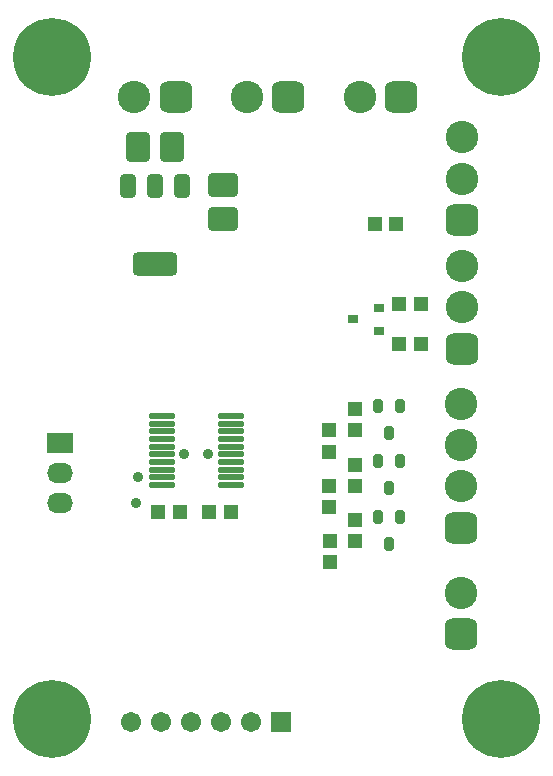
<source format=gts>
%FSLAX24Y24*%
%MOIN*%
G70*
G01*
G75*
G04 Layer_Color=8388736*
%ADD10R,0.0433X0.0433*%
G04:AMPARAMS|DCode=11|XSize=23.6mil|YSize=39.4mil|CornerRadius=3mil|HoleSize=0mil|Usage=FLASHONLY|Rotation=180.000|XOffset=0mil|YOffset=0mil|HoleType=Round|Shape=RoundedRectangle|*
%AMROUNDEDRECTD11*
21,1,0.0236,0.0335,0,0,180.0*
21,1,0.0177,0.0394,0,0,180.0*
1,1,0.0059,-0.0089,0.0167*
1,1,0.0059,0.0089,0.0167*
1,1,0.0059,0.0089,-0.0167*
1,1,0.0059,-0.0089,-0.0167*
%
%ADD11ROUNDEDRECTD11*%
%ADD12R,0.0433X0.0433*%
%ADD13R,0.0295X0.0236*%
%ADD14O,0.0827X0.0138*%
G04:AMPARAMS|DCode=15|XSize=90.6mil|YSize=70.9mil|CornerRadius=8.9mil|HoleSize=0mil|Usage=FLASHONLY|Rotation=90.000|XOffset=0mil|YOffset=0mil|HoleType=Round|Shape=RoundedRectangle|*
%AMROUNDEDRECTD15*
21,1,0.0906,0.0532,0,0,90.0*
21,1,0.0728,0.0709,0,0,90.0*
1,1,0.0177,0.0266,0.0364*
1,1,0.0177,0.0266,-0.0364*
1,1,0.0177,-0.0266,-0.0364*
1,1,0.0177,-0.0266,0.0364*
%
%ADD15ROUNDEDRECTD15*%
G04:AMPARAMS|DCode=16|XSize=90.6mil|YSize=70.9mil|CornerRadius=8.9mil|HoleSize=0mil|Usage=FLASHONLY|Rotation=180.000|XOffset=0mil|YOffset=0mil|HoleType=Round|Shape=RoundedRectangle|*
%AMROUNDEDRECTD16*
21,1,0.0906,0.0532,0,0,180.0*
21,1,0.0728,0.0709,0,0,180.0*
1,1,0.0177,-0.0364,0.0266*
1,1,0.0177,0.0364,0.0266*
1,1,0.0177,0.0364,-0.0266*
1,1,0.0177,-0.0364,-0.0266*
%
%ADD16ROUNDEDRECTD16*%
G04:AMPARAMS|DCode=17|XSize=137.8mil|YSize=68.9mil|CornerRadius=8.6mil|HoleSize=0mil|Usage=FLASHONLY|Rotation=180.000|XOffset=0mil|YOffset=0mil|HoleType=Round|Shape=RoundedRectangle|*
%AMROUNDEDRECTD17*
21,1,0.1378,0.0517,0,0,180.0*
21,1,0.1206,0.0689,0,0,180.0*
1,1,0.0172,-0.0603,0.0258*
1,1,0.0172,0.0603,0.0258*
1,1,0.0172,0.0603,-0.0258*
1,1,0.0172,-0.0603,-0.0258*
%
%ADD17ROUNDEDRECTD17*%
G04:AMPARAMS|DCode=18|XSize=43.3mil|YSize=68.9mil|CornerRadius=5.4mil|HoleSize=0mil|Usage=FLASHONLY|Rotation=180.000|XOffset=0mil|YOffset=0mil|HoleType=Round|Shape=RoundedRectangle|*
%AMROUNDEDRECTD18*
21,1,0.0433,0.0581,0,0,180.0*
21,1,0.0325,0.0689,0,0,180.0*
1,1,0.0108,-0.0162,0.0290*
1,1,0.0108,0.0162,0.0290*
1,1,0.0108,0.0162,-0.0290*
1,1,0.0108,-0.0162,-0.0290*
%
%ADD18ROUNDEDRECTD18*%
G04:AMPARAMS|DCode=19|XSize=43.3mil|YSize=68.9mil|CornerRadius=5.4mil|HoleSize=0mil|Usage=FLASHONLY|Rotation=180.000|XOffset=0mil|YOffset=0mil|HoleType=Round|Shape=RoundedRectangle|*
%AMROUNDEDRECTD19*
21,1,0.0433,0.0581,0,0,180.0*
21,1,0.0325,0.0689,0,0,180.0*
1,1,0.0108,-0.0162,0.0290*
1,1,0.0108,0.0162,0.0290*
1,1,0.0108,0.0162,-0.0290*
1,1,0.0108,-0.0162,-0.0290*
%
%ADD19ROUNDEDRECTD19*%
%ADD20C,0.0079*%
%ADD21C,0.0433*%
%ADD22C,0.0138*%
%ADD23C,0.1000*%
G04:AMPARAMS|DCode=24|XSize=100mil|YSize=100mil|CornerRadius=25mil|HoleSize=0mil|Usage=FLASHONLY|Rotation=90.000|XOffset=0mil|YOffset=0mil|HoleType=Round|Shape=RoundedRectangle|*
%AMROUNDEDRECTD24*
21,1,0.1000,0.0500,0,0,90.0*
21,1,0.0500,0.1000,0,0,90.0*
1,1,0.0500,0.0250,0.0250*
1,1,0.0500,0.0250,-0.0250*
1,1,0.0500,-0.0250,-0.0250*
1,1,0.0500,-0.0250,0.0250*
%
%ADD24ROUNDEDRECTD24*%
%ADD25C,0.2520*%
%ADD26R,0.0787X0.0591*%
%ADD27O,0.0787X0.0591*%
%ADD28R,0.0591X0.0591*%
%ADD29C,0.0591*%
G04:AMPARAMS|DCode=30|XSize=100mil|YSize=100mil|CornerRadius=25mil|HoleSize=0mil|Usage=FLASHONLY|Rotation=0.000|XOffset=0mil|YOffset=0mil|HoleType=Round|Shape=RoundedRectangle|*
%AMROUNDEDRECTD30*
21,1,0.1000,0.0500,0,0,0.0*
21,1,0.0500,0.1000,0,0,0.0*
1,1,0.0500,0.0250,-0.0250*
1,1,0.0500,-0.0250,-0.0250*
1,1,0.0500,-0.0250,0.0250*
1,1,0.0500,0.0250,0.0250*
%
%ADD30ROUNDEDRECTD30*%
%ADD31C,0.0276*%
%ADD32R,0.0571X0.0453*%
%ADD33R,0.0610X0.0532*%
%ADD34C,0.0098*%
%ADD35C,0.0236*%
%ADD36C,0.0050*%
%ADD37C,0.0059*%
%ADD38C,0.0100*%
%ADD39C,0.0197*%
%ADD40R,0.0513X0.0513*%
G04:AMPARAMS|DCode=41|XSize=31.6mil|YSize=47.4mil|CornerRadius=7mil|HoleSize=0mil|Usage=FLASHONLY|Rotation=180.000|XOffset=0mil|YOffset=0mil|HoleType=Round|Shape=RoundedRectangle|*
%AMROUNDEDRECTD41*
21,1,0.0316,0.0335,0,0,180.0*
21,1,0.0177,0.0474,0,0,180.0*
1,1,0.0139,-0.0089,0.0167*
1,1,0.0139,0.0089,0.0167*
1,1,0.0139,0.0089,-0.0167*
1,1,0.0139,-0.0089,-0.0167*
%
%ADD41ROUNDEDRECTD41*%
%ADD42R,0.0513X0.0513*%
%ADD43R,0.0375X0.0316*%
%ADD44O,0.0907X0.0218*%
G04:AMPARAMS|DCode=45|XSize=98.6mil|YSize=78.9mil|CornerRadius=12.9mil|HoleSize=0mil|Usage=FLASHONLY|Rotation=90.000|XOffset=0mil|YOffset=0mil|HoleType=Round|Shape=RoundedRectangle|*
%AMROUNDEDRECTD45*
21,1,0.0986,0.0532,0,0,90.0*
21,1,0.0728,0.0789,0,0,90.0*
1,1,0.0257,0.0266,0.0364*
1,1,0.0257,0.0266,-0.0364*
1,1,0.0257,-0.0266,-0.0364*
1,1,0.0257,-0.0266,0.0364*
%
%ADD45ROUNDEDRECTD45*%
G04:AMPARAMS|DCode=46|XSize=98.6mil|YSize=78.9mil|CornerRadius=12.9mil|HoleSize=0mil|Usage=FLASHONLY|Rotation=180.000|XOffset=0mil|YOffset=0mil|HoleType=Round|Shape=RoundedRectangle|*
%AMROUNDEDRECTD46*
21,1,0.0986,0.0532,0,0,180.0*
21,1,0.0728,0.0789,0,0,180.0*
1,1,0.0257,-0.0364,0.0266*
1,1,0.0257,0.0364,0.0266*
1,1,0.0257,0.0364,-0.0266*
1,1,0.0257,-0.0364,-0.0266*
%
%ADD46ROUNDEDRECTD46*%
G04:AMPARAMS|DCode=47|XSize=145.8mil|YSize=76.9mil|CornerRadius=12.6mil|HoleSize=0mil|Usage=FLASHONLY|Rotation=180.000|XOffset=0mil|YOffset=0mil|HoleType=Round|Shape=RoundedRectangle|*
%AMROUNDEDRECTD47*
21,1,0.1458,0.0517,0,0,180.0*
21,1,0.1206,0.0769,0,0,180.0*
1,1,0.0252,-0.0603,0.0258*
1,1,0.0252,0.0603,0.0258*
1,1,0.0252,0.0603,-0.0258*
1,1,0.0252,-0.0603,-0.0258*
%
%ADD47ROUNDEDRECTD47*%
G04:AMPARAMS|DCode=48|XSize=51.3mil|YSize=76.9mil|CornerRadius=9.4mil|HoleSize=0mil|Usage=FLASHONLY|Rotation=180.000|XOffset=0mil|YOffset=0mil|HoleType=Round|Shape=RoundedRectangle|*
%AMROUNDEDRECTD48*
21,1,0.0513,0.0581,0,0,180.0*
21,1,0.0325,0.0769,0,0,180.0*
1,1,0.0188,-0.0162,0.0290*
1,1,0.0188,0.0162,0.0290*
1,1,0.0188,0.0162,-0.0290*
1,1,0.0188,-0.0162,-0.0290*
%
%ADD48ROUNDEDRECTD48*%
G04:AMPARAMS|DCode=49|XSize=51.3mil|YSize=76.9mil|CornerRadius=9.4mil|HoleSize=0mil|Usage=FLASHONLY|Rotation=180.000|XOffset=0mil|YOffset=0mil|HoleType=Round|Shape=RoundedRectangle|*
%AMROUNDEDRECTD49*
21,1,0.0513,0.0581,0,0,180.0*
21,1,0.0325,0.0769,0,0,180.0*
1,1,0.0188,-0.0162,0.0290*
1,1,0.0188,0.0162,0.0290*
1,1,0.0188,0.0162,-0.0290*
1,1,0.0188,-0.0162,-0.0290*
%
%ADD49ROUNDEDRECTD49*%
%ADD50C,0.1080*%
G04:AMPARAMS|DCode=51|XSize=108mil|YSize=108mil|CornerRadius=29mil|HoleSize=0mil|Usage=FLASHONLY|Rotation=90.000|XOffset=0mil|YOffset=0mil|HoleType=Round|Shape=RoundedRectangle|*
%AMROUNDEDRECTD51*
21,1,0.1080,0.0500,0,0,90.0*
21,1,0.0500,0.1080,0,0,90.0*
1,1,0.0580,0.0250,0.0250*
1,1,0.0580,0.0250,-0.0250*
1,1,0.0580,-0.0250,-0.0250*
1,1,0.0580,-0.0250,0.0250*
%
%ADD51ROUNDEDRECTD51*%
%ADD52C,0.2600*%
%ADD53R,0.0867X0.0671*%
%ADD54O,0.0867X0.0671*%
%ADD55R,0.0671X0.0671*%
%ADD56C,0.0671*%
G04:AMPARAMS|DCode=57|XSize=108mil|YSize=108mil|CornerRadius=29mil|HoleSize=0mil|Usage=FLASHONLY|Rotation=0.000|XOffset=0mil|YOffset=0mil|HoleType=Round|Shape=RoundedRectangle|*
%AMROUNDEDRECTD57*
21,1,0.1080,0.0500,0,0,0.0*
21,1,0.0500,0.1080,0,0,0.0*
1,1,0.0580,0.0250,-0.0250*
1,1,0.0580,-0.0250,-0.0250*
1,1,0.0580,-0.0250,0.0250*
1,1,0.0580,0.0250,0.0250*
%
%ADD57ROUNDEDRECTD57*%
%ADD58C,0.0356*%
D40*
X11654Y9331D02*
D03*
Y10039D02*
D03*
X10787Y9331D02*
D03*
Y8622D02*
D03*
X11654Y11181D02*
D03*
Y11890D02*
D03*
X10787Y11181D02*
D03*
Y10472D02*
D03*
X11654Y7480D02*
D03*
Y8189D02*
D03*
X10827Y7490D02*
D03*
Y6782D02*
D03*
D41*
X12795Y11083D02*
D03*
X12421Y11988D02*
D03*
X13169D02*
D03*
X12795Y9252D02*
D03*
X12421Y10157D02*
D03*
X13169D02*
D03*
X12795Y7382D02*
D03*
X12421Y8287D02*
D03*
X13169D02*
D03*
D42*
X13858Y15394D02*
D03*
X13150D02*
D03*
X13150Y14055D02*
D03*
X13858D02*
D03*
X13032Y18071D02*
D03*
X12323D02*
D03*
X5118Y8465D02*
D03*
X5827D02*
D03*
X6811Y8465D02*
D03*
X7520D02*
D03*
D43*
X11614Y14882D02*
D03*
X12480Y15256D02*
D03*
Y14508D02*
D03*
D44*
X5236Y11663D02*
D03*
Y11407D02*
D03*
Y11152D02*
D03*
Y10896D02*
D03*
Y10640D02*
D03*
Y10384D02*
D03*
Y10128D02*
D03*
Y9872D02*
D03*
Y9616D02*
D03*
Y9360D02*
D03*
X7520Y11663D02*
D03*
Y11407D02*
D03*
Y11152D02*
D03*
Y10896D02*
D03*
Y10640D02*
D03*
Y10384D02*
D03*
Y10128D02*
D03*
Y9872D02*
D03*
Y9616D02*
D03*
Y9360D02*
D03*
D45*
X4429Y20630D02*
D03*
X5571D02*
D03*
D46*
X7283Y18209D02*
D03*
Y19350D02*
D03*
D47*
X5000Y16732D02*
D03*
D48*
X4094Y19331D02*
D03*
X5000D02*
D03*
D49*
X5906D02*
D03*
D50*
X4311Y22283D02*
D03*
X8071D02*
D03*
X11831D02*
D03*
X15197Y12067D02*
D03*
Y10689D02*
D03*
Y9311D02*
D03*
X15236Y19567D02*
D03*
Y20945D02*
D03*
Y15276D02*
D03*
Y16654D02*
D03*
X15197Y5768D02*
D03*
D51*
X5689Y22283D02*
D03*
X9449D02*
D03*
X13209D02*
D03*
D52*
X1575Y1575D02*
D03*
Y23622D02*
D03*
X16535Y1575D02*
D03*
Y23622D02*
D03*
D53*
X1850Y10748D02*
D03*
D54*
Y9748D02*
D03*
Y8748D02*
D03*
D55*
X9213Y1457D02*
D03*
D56*
X8213D02*
D03*
X7213D02*
D03*
X6213D02*
D03*
X5213D02*
D03*
X4213D02*
D03*
D57*
X15197Y7933D02*
D03*
X15236Y18189D02*
D03*
Y13898D02*
D03*
X15197Y4390D02*
D03*
D58*
X6772Y10394D02*
D03*
X5984D02*
D03*
X4444Y9616D02*
D03*
X4380Y8748D02*
D03*
M02*

</source>
